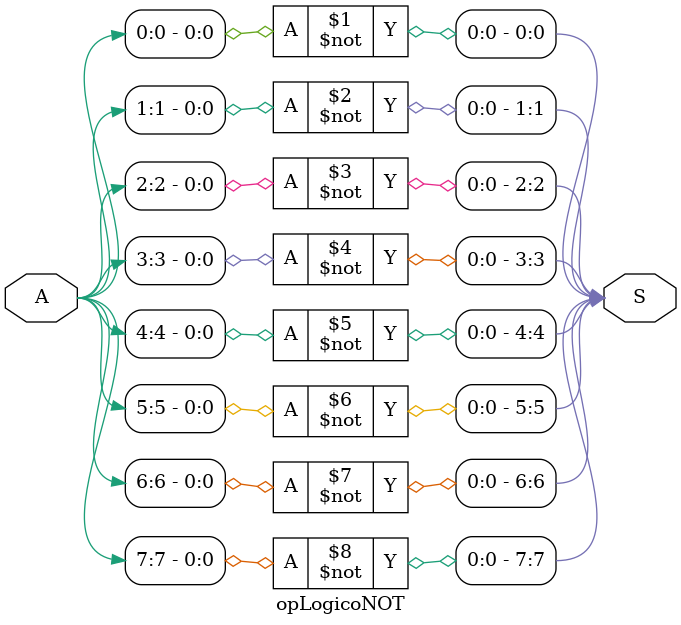
<source format=v>
	module opLogicoNOT(S, A);
	input [7:0] A;
	output [7:0] S;
	
	not Not0(S[0], A[0]);
	not Not1(S[1], A[1]);
	not Not2(S[2], A[2]);
	not Not3(S[3], A[3]);
    not Not4(S[4], A[4]);
	not Not5(S[5], A[5]);
	not Not6(S[6], A[6]);
	not Not7(S[7], A[7]);
	
endmodule   

</source>
